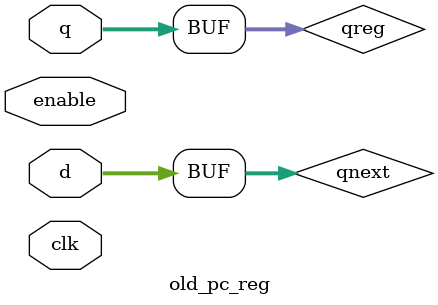
<source format=sv>
`timescale 1ns / 1ps


module old_pc_reg(input logic clk,
                                        input logic enable,
                                        input logic [6:0] d,
                                        input logic [6:0] q  );
                                        
                                        logic [6:0] qreg,qnext;
                                        
                                        always_ff @(posedge clk)
                                        begin
                                            if(enable)
                                                  begin
                                                        qreg<=qnext;
                                                  end
                                        end
                                        
                                        always_comb
                                        begin
                                            qnext=d;
                                        end
                                        
                                        assign q=qreg;
endmodule

</source>
